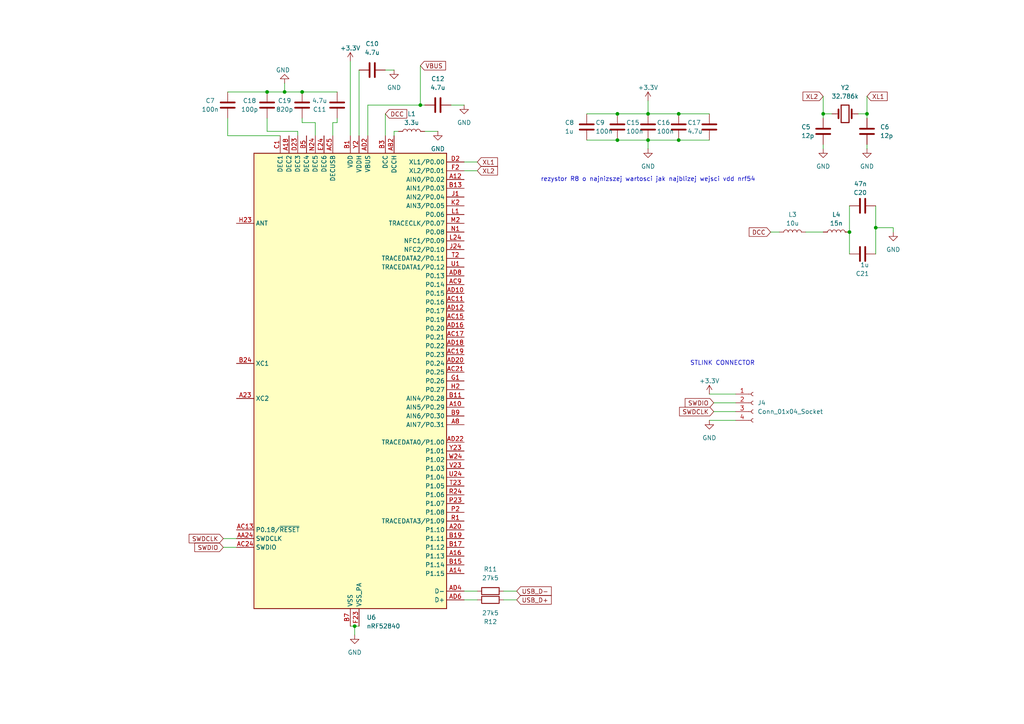
<source format=kicad_sch>
(kicad_sch (version 20231120) (generator "eeschema") (generator_version "8.0")
  (paper "A4")
  (lib_symbols
    (symbol "+3.3V_1" (power) (pin_names (offset 0))
      (property "Value" "+3.3V_1" (at 0 3.556 0))
      (symbol "+3.3V_1_0_1"
        (polyline (pts (xy -0.762 1.27) (xy 0 2.54)))
        (polyline (pts (xy 0 0) (xy 0 2.54)))
        (polyline (pts (xy 0 2.54) (xy 0.762 1.27)))
      )
      (symbol "+3.3V_1_1_1"
        (pin power_in line (at 0 0 90) (length 0) hide (name "+3.3V") (number "1"))
      )
    )
    (symbol "Connector:Conn_01x04_Socket" (pin_names (offset 1.016) hide)
      (property "Reference" "J" (at 0 5.08 0))
      (property "Value" "Conn_01x04_Socket" (at 0 -7.62 0))
      (symbol "Conn_01x04_Socket_1_1"
        (arc (start 0 -4.572) (mid -0.5058 -5.08) (end 0 -5.588) (stroke (width 0.1524)))
        (arc (start 0 -2.032) (mid -0.5058 -2.54) (end 0 -3.048) (stroke (width 0.1524)))
        (polyline (pts (xy -1.27 -5.08) (xy -0.508 -5.08)) (stroke (width 0.1524)))
        (polyline (pts (xy -1.27 -2.54) (xy -0.508 -2.54)) (stroke (width 0.1524)))
        (polyline (pts (xy -1.27 0) (xy -0.508 0)) (stroke (width 0.1524)))
        (polyline (pts (xy -1.27 2.54) (xy -0.508 2.54)) (stroke (width 0.1524)))
        (arc (start 0 0.508) (mid -0.5058 0) (end 0 -0.508) (stroke (width 0.1524)))
        (arc (start 0 3.048) (mid -0.5058 2.54) (end 0 2.032) (stroke (width 0.1524)))
        (pin passive line (at -5.08 2.54 0) (length 3.81) (name "Pin_1") (number "1"))
        (pin passive line (at -5.08 0 0) (length 3.81) (name "Pin_2") (number "2"))
        (pin passive line (at -5.08 -2.54 0) (length 3.81) (name "Pin_3") (number "3"))
        (pin passive line (at -5.08 -5.08 0) (length 3.81) (name "Pin_4") (number "4"))
      )
    )
    (symbol "Device:C" (pin_numbers hide) (pin_names (offset 0.254))
      (property "Reference" "C" (at 0.635 2.54 0))
      (property "Value" "C" (at 0.635 -2.54 0))
      (symbol "C_0_1"
        (polyline (pts (xy -2.032 -0.762) (xy 2.032 -0.762)) (stroke (width 0.508)))
        (polyline (pts (xy -2.032 0.762) (xy 2.032 0.762)) (stroke (width 0.508)))
      )
      (symbol "C_1_1"
        (pin passive line (at 0 3.81 270) (length 2.794) (name "~") (number "1"))
        (pin passive line (at 0 -3.81 90) (length 2.794) (name "~") (number "2"))
      )
    )
    (symbol "Device:Crystal" (pin_numbers hide) (pin_names (offset 1.016) hide)
      (property "Reference" "Y" (at 0 3.81 0))
      (property "Value" "Crystal" (at 0 -3.81 0))
      (symbol "Crystal_0_1"
        (rectangle (start -1.143 2.54) (end 1.143 -2.54) (stroke (width 0.3048)))
        (polyline (pts (xy -2.54 0) (xy -1.905 0)))
        (polyline (pts (xy -1.905 -1.27) (xy -1.905 1.27)) (stroke (width 0.508)))
        (polyline (pts (xy 1.905 -1.27) (xy 1.905 1.27)) (stroke (width 0.508)))
        (polyline (pts (xy 2.54 0) (xy 1.905 0)))
      )
      (symbol "Crystal_1_1"
        (pin passive line (at -3.81 0 0) (length 1.27) (name "1") (number "1"))
        (pin passive line (at 3.81 0 180) (length 1.27) (name "2") (number "2"))
      )
    )
    (symbol "Device:L" (pin_numbers hide) (pin_names (offset 1.016) hide)
      (property "Reference" "L" (at -1.27 0 90))
      (property "Value" "L" (at 1.905 0 90))
      (symbol "L_0_1"
        (arc (start 0 -2.54) (mid 0.6323 -1.905) (end 0 -1.27))
        (arc (start 0 -1.27) (mid 0.6323 -0.635) (end 0 0))
        (arc (start 0 0) (mid 0.6323 0.635) (end 0 1.27))
        (arc (start 0 1.27) (mid 0.6323 1.905) (end 0 2.54))
      )
      (symbol "L_1_1"
        (pin passive line (at 0 3.81 270) (length 1.27) (name "1") (number "1"))
        (pin passive line (at 0 -3.81 90) (length 1.27) (name "2") (number "2"))
      )
    )
    (symbol "Device:R" (pin_numbers hide) (pin_names (offset 0))
      (property "Reference" "R" (at 2.032 0 90))
      (property "Value" "R" (at 0 0 90))
      (symbol "R_0_1"
        (rectangle (start -1.016 -2.54) (end 1.016 2.54) (stroke (width 0.254)))
      )
      (symbol "R_1_1"
        (pin passive line (at 0 3.81 270) (length 1.27) (name "~") (number "1"))
        (pin passive line (at 0 -3.81 90) (length 1.27) (name "~") (number "2"))
      )
    )
    (symbol "MCU_Nordic:nRF52840"
      (property "Reference" "U" (at 0 5.08 0))
      (property "Value" "nRF52840" (at 0 2.54 0))
      (symbol "nRF52840_0_1"
        (rectangle (start -27.94 66.04) (end 27.94 -66.04) (stroke (width 0.254)) (fill (type background)))
      )
      (symbol "nRF52840_1_1"
        (pin bidirectional line (at 33.02 -7.62 180) (length 5.08) (name "AIN5/P0.29") (number "A10"))
        (pin bidirectional line (at 33.02 58.42 180) (length 5.08) (name "AIN0/P0.02") (number "A12"))
        (pin bidirectional line (at 33.02 -55.88 180) (length 5.08) (name "P1.15") (number "A14"))
        (pin bidirectional line (at 33.02 -50.8 180) (length 5.08) (name "P1.13") (number "A16"))
        (pin passive line (at -17.78 71.12 270) (length 5.08) (name "DEC2") (number "A18"))
        (pin bidirectional line (at 33.02 -43.18 180) (length 5.08) (name "P1.10") (number "A20"))
        (pin passive line (at 0 71.12 270) (length 5.08) hide (name "VDD") (number "A22"))
        (pin input line (at -33.02 -5.08 0) (length 5.08) (name "XC2") (number "A23"))
        (pin bidirectional line (at 33.02 -12.7 180) (length 5.08) (name "AIN7/P0.31") (number "A8"))
        (pin input line (at -33.02 -45.72 0) (length 5.08) (name "SWDCLK") (number "AA24"))
        (pin power_out line (at 12.7 71.12 270) (length 5.08) (name "DCCH") (number "AB2"))
        (pin bidirectional line (at 33.02 22.86 180) (length 5.08) (name "P0.16") (number "AC11"))
        (pin bidirectional line (at -33.02 -43.18 0) (length 5.08) (name "P0.18/~{RESET}") (number "AC13"))
        (pin bidirectional line (at 33.02 17.78 180) (length 5.08) (name "P0.19") (number "AC15"))
        (pin bidirectional line (at 33.02 12.7 180) (length 5.08) (name "P0.21") (number "AC17"))
        (pin bidirectional line (at 33.02 7.62 180) (length 5.08) (name "P0.23") (number "AC19"))
        (pin bidirectional line (at 33.02 2.54 180) (length 5.08) (name "P0.25") (number "AC21"))
        (pin bidirectional line (at -33.02 -48.26 0) (length 5.08) (name "SWDIO") (number "AC24"))
        (pin passive line (at -5.08 71.12 270) (length 5.08) (name "DECUSB") (number "AC5"))
        (pin bidirectional line (at 33.02 27.94 180) (length 5.08) (name "P0.14") (number "AC9"))
        (pin bidirectional line (at 33.02 25.4 180) (length 5.08) (name "P0.15") (number "AD10"))
        (pin bidirectional line (at 33.02 20.32 180) (length 5.08) (name "P0.17") (number "AD12"))
        (pin passive line (at 0 71.12 270) (length 5.08) hide (name "VDD") (number "AD14"))
        (pin bidirectional line (at 33.02 15.24 180) (length 5.08) (name "P0.20") (number "AD16"))
        (pin bidirectional line (at 33.02 10.16 180) (length 5.08) (name "P0.22") (number "AD18"))
        (pin power_in line (at 5.08 71.12 270) (length 5.08) (name "VBUS") (number "AD2"))
        (pin bidirectional line (at 33.02 5.08 180) (length 5.08) (name "P0.24") (number "AD20"))
        (pin bidirectional line (at 33.02 -17.78 180) (length 5.08) (name "TRACEDATA0/P1.00") (number "AD22"))
        (pin passive line (at 0 71.12 270) (length 5.08) hide (name "VDD") (number "AD23"))
        (pin bidirectional line (at 33.02 -60.96 180) (length 5.08) (name "D-") (number "AD4"))
        (pin bidirectional line (at 33.02 -63.5 180) (length 5.08) (name "D+") (number "AD6"))
        (pin bidirectional line (at 33.02 30.48 180) (length 5.08) (name "P0.13") (number "AD8"))
        (pin power_in line (at 0 71.12 270) (length 5.08) (name "VDD") (number "B1"))
        (pin bidirectional line (at 33.02 -5.08 180) (length 5.08) (name "AIN4/P0.28") (number "B11"))
        (pin bidirectional line (at 33.02 55.88 180) (length 5.08) (name "AIN1/P0.03") (number "B13"))
        (pin bidirectional line (at 33.02 -53.34 180) (length 5.08) (name "P1.14") (number "B15"))
        (pin bidirectional line (at 33.02 -48.26 180) (length 5.08) (name "P1.12") (number "B17"))
        (pin bidirectional line (at 33.02 -45.72 180) (length 5.08) (name "P1.11") (number "B19"))
        (pin input line (at -33.02 5.08 0) (length 5.08) (name "XC1") (number "B24"))
        (pin power_out line (at 10.16 71.12 270) (length 5.08) (name "DCC") (number "B3"))
        (pin passive line (at -12.7 71.12 270) (length 5.08) (name "DEC4") (number "B5"))
        (pin power_in line (at 0 -71.12 90) (length 5.08) (name "VSS") (number "B7"))
        (pin bidirectional line (at 33.02 -10.16 180) (length 5.08) (name "AIN6/P0.30") (number "B9"))
        (pin passive line (at -20.32 71.12 270) (length 5.08) (name "DEC1") (number "C1"))
        (pin bidirectional line (at 33.02 63.5 180) (length 5.08) (name "XL1/P0.00") (number "D2"))
        (pin passive line (at -15.24 71.12 270) (length 5.08) (name "DEC3") (number "D23"))
        (pin passive line (at -7.62 71.12 270) (length 5.08) (name "DEC6") (number "E24"))
        (pin passive line (at 0 -71.12 90) (length 5.08) hide (name "VSS") (number "EP"))
        (pin bidirectional line (at 33.02 60.96 180) (length 5.08) (name "XL2/P0.01") (number "F2"))
        (pin power_in line (at 2.54 -71.12 90) (length 5.08) (name "VSS_PA") (number "F23"))
        (pin bidirectional line (at 33.02 0 180) (length 5.08) (name "P0.26") (number "G1"))
        (pin bidirectional line (at 33.02 -2.54 180) (length 5.08) (name "P0.27") (number "H2"))
        (pin passive line (at -33.02 45.72 0) (length 5.08) (name "ANT") (number "H23"))
        (pin bidirectional line (at 33.02 53.34 180) (length 5.08) (name "AIN2/P0.04") (number "J1"))
        (pin bidirectional line (at 33.02 38.1 180) (length 5.08) (name "NFC2/P0.10") (number "J24"))
        (pin bidirectional line (at 33.02 50.8 180) (length 5.08) (name "AIN3/P0.05") (number "K2"))
        (pin bidirectional line (at 33.02 48.26 180) (length 5.08) (name "P0.06") (number "L1"))
        (pin bidirectional line (at 33.02 40.64 180) (length 5.08) (name "NFC1/P0.09") (number "L24"))
        (pin bidirectional line (at 33.02 45.72 180) (length 5.08) (name "TRACECLK/P0.07") (number "M2"))
        (pin bidirectional line (at 33.02 43.18 180) (length 5.08) (name "P0.08") (number "N1"))
        (pin passive line (at -10.16 71.12 270) (length 5.08) (name "DEC5") (number "N24"))
        (pin bidirectional line (at 33.02 -38.1 180) (length 5.08) (name "P1.08") (number "P2"))
        (pin bidirectional line (at 33.02 -35.56 180) (length 5.08) (name "P1.07") (number "P23"))
        (pin bidirectional line (at 33.02 -40.64 180) (length 5.08) (name "TRACEDATA3/P1.09") (number "R1"))
        (pin bidirectional line (at 33.02 -33.02 180) (length 5.08) (name "P1.06") (number "R24"))
        (pin bidirectional line (at 33.02 35.56 180) (length 5.08) (name "TRACEDATA2/P0.11") (number "T2"))
        (pin bidirectional line (at 33.02 -30.48 180) (length 5.08) (name "P1.05") (number "T23"))
        (pin bidirectional line (at 33.02 33.02 180) (length 5.08) (name "TRACEDATA1/P0.12") (number "U1"))
        (pin bidirectional line (at 33.02 -27.94 180) (length 5.08) (name "P1.04") (number "U24"))
        (pin bidirectional line (at 33.02 -25.4 180) (length 5.08) (name "P1.03") (number "V23"))
        (pin passive line (at 0 71.12 270) (length 5.08) hide (name "VDD") (number "W1"))
        (pin bidirectional line (at 33.02 -22.86 180) (length 5.08) (name "P1.02") (number "W24"))
        (pin power_in line (at 2.54 71.12 270) (length 5.08) (name "VDDH") (number "Y2"))
        (pin bidirectional line (at 33.02 -20.32 180) (length 5.08) (name "P1.01") (number "Y23"))
      )
    )
    (symbol "power:GND" (power) (pin_numbers hide) (pin_names (offset 0) hide)
      (property "Value" "GND" (at 0 -3.81 0))
      (symbol "GND_0_1"
        (polyline (pts (xy 0 0) (xy 0 -1.27) (xy 1.27 -1.27) (xy 0 -2.54) (xy -1.27 -1.27) (xy 0 -1.27)))
      )
      (symbol "GND_1_1"
        (pin power_in line (at 0 0 270) (length 0) (name "~") (number "1"))
      )
    )
  )
  (junction (at 246.38 67.31))
  (junction (at 77.47 26.67))
  (junction (at 187.96 40.64))
  (junction (at 238.76 33.02))
  (junction (at 187.96 33.02))
  (junction (at 196.85 40.64))
  (junction (at 196.85 33.02))
  (junction (at 87.63 26.67))
  (junction (at 102.87 181.61))
  (junction (at 251.46 33.02))
  (junction (at 179.07 33.02))
  (junction (at 82.55 26.67))
  (junction (at 121.92 30.48))
  (junction (at 254 66.04))
  (junction (at 179.07 40.64))
  (wire (pts (xy 66.04 34.29) (xy 66.04 39.37)))
  (wire (pts (xy 179.07 40.64) (xy 187.96 40.64)))
  (wire (pts (xy 187.96 29.21) (xy 187.96 33.02)))
  (wire (pts (xy 111.76 20.32) (xy 114.3 20.32)))
  (wire (pts (xy 254 59.69) (xy 254 66.04)))
  (wire (pts (xy 146.05 173.99) (xy 149.86 173.99)))
  (wire (pts (xy 111.76 33.02) (xy 111.76 39.37)))
  (wire (pts (xy 207.01 116.84) (xy 213.36 116.84)))
  (wire (pts (xy 248.92 33.02) (xy 251.46 33.02)))
  (wire (pts (xy 106.68 39.37) (xy 106.68 30.48)))
  (wire (pts (xy 130.81 30.48) (xy 134.62 30.48)))
  (wire (pts (xy 170.18 40.64) (xy 179.07 40.64)))
  (wire (pts (xy 254 66.04) (xy 259.08 66.04)))
  (wire (pts (xy 134.62 46.99) (xy 138.43 46.99)))
  (wire (pts (xy 121.92 30.48) (xy 123.19 30.48)))
  (wire (pts (xy 96.52 35.56) (xy 96.52 39.37)))
  (wire (pts (xy 64.77 158.75) (xy 68.58 158.75)))
  (wire (pts (xy 91.44 35.56) (xy 91.44 39.37)))
  (wire (pts (xy 246.38 67.31) (xy 246.38 59.69)))
  (wire (pts (xy 87.63 34.29) (xy 87.63 35.56)))
  (wire (pts (xy 82.55 24.13) (xy 82.55 26.67)))
  (wire (pts (xy 207.01 119.38) (xy 213.36 119.38)))
  (wire (pts (xy 102.87 181.61) (xy 104.14 181.61)))
  (wire (pts (xy 246.38 73.66) (xy 246.38 67.31)))
  (wire (pts (xy 238.76 27.94) (xy 238.76 33.02)))
  (wire (pts (xy 102.87 181.61) (xy 102.87 184.15)))
  (wire (pts (xy 87.63 26.67) (xy 97.79 26.67)))
  (wire (pts (xy 179.07 33.02) (xy 187.96 33.02)))
  (wire (pts (xy 238.76 41.91) (xy 238.76 43.18)))
  (wire (pts (xy 170.18 33.02) (xy 179.07 33.02)))
  (wire (pts (xy 114.3 39.37) (xy 114.3 38.1)))
  (wire (pts (xy 106.68 30.48) (xy 121.92 30.48)))
  (wire (pts (xy 241.3 33.02) (xy 238.76 33.02)))
  (wire (pts (xy 134.62 49.53) (xy 138.43 49.53)))
  (wire (pts (xy 196.85 33.02) (xy 205.74 33.02)))
  (wire (pts (xy 101.6 181.61) (xy 102.87 181.61)))
  (wire (pts (xy 187.96 40.64) (xy 196.85 40.64)))
  (wire (pts (xy 86.36 38.1) (xy 86.36 39.37)))
  (wire (pts (xy 196.85 40.64) (xy 205.74 40.64)))
  (wire (pts (xy 251.46 33.02) (xy 251.46 34.29)))
  (wire (pts (xy 114.3 38.1) (xy 115.57 38.1)))
  (wire (pts (xy 254 66.04) (xy 254 73.66)))
  (wire (pts (xy 123.19 38.1) (xy 127 38.1)))
  (wire (pts (xy 77.47 38.1) (xy 86.36 38.1)))
  (wire (pts (xy 251.46 41.91) (xy 251.46 43.18)))
  (wire (pts (xy 82.55 26.67) (xy 87.63 26.67)))
  (wire (pts (xy 187.96 33.02) (xy 196.85 33.02)))
  (wire (pts (xy 146.05 171.45) (xy 149.86 171.45)))
  (wire (pts (xy 233.68 67.31) (xy 238.76 67.31)))
  (wire (pts (xy 97.79 34.29) (xy 97.79 35.56)))
  (wire (pts (xy 104.14 20.32) (xy 104.14 39.37)))
  (wire (pts (xy 66.04 26.67) (xy 77.47 26.67)))
  (wire (pts (xy 205.74 114.3) (xy 213.36 114.3)))
  (wire (pts (xy 238.76 33.02) (xy 238.76 34.29)))
  (wire (pts (xy 134.62 173.99) (xy 138.43 173.99)))
  (wire (pts (xy 64.77 156.21) (xy 68.58 156.21)))
  (wire (pts (xy 259.08 67.31) (xy 259.08 66.04)))
  (wire (pts (xy 251.46 27.94) (xy 251.46 33.02)))
  (wire (pts (xy 134.62 171.45) (xy 138.43 171.45)))
  (wire (pts (xy 77.47 26.67) (xy 82.55 26.67)))
  (wire (pts (xy 77.47 34.29) (xy 77.47 38.1)))
  (wire (pts (xy 101.6 17.78) (xy 101.6 39.37)))
  (wire (pts (xy 97.79 35.56) (xy 96.52 35.56)))
  (wire (pts (xy 87.63 35.56) (xy 91.44 35.56)))
  (wire (pts (xy 205.74 121.92) (xy 213.36 121.92)))
  (wire (pts (xy 121.92 19.05) (xy 121.92 30.48)))
  (wire (pts (xy 66.04 39.37) (xy 81.28 39.37)))
  (wire (pts (xy 187.96 40.64) (xy 187.96 43.18)))
  (wire (pts (xy 223.52 67.31) (xy 226.06 67.31)))
  (text "STLINK CONNECTOR\n" (at 209.55 105.41 0) (effects (font (size 1.27 1.27))))
  (text "rezystor R8 o najnizszej wartosci jak najblizej wejsci vdd nrf54" (at 187.96 52.07 0) (effects (font (size 1.27 1.27))))
  (global_label "XL2" (shape input) (at 138.43 49.53 0) (property "Intersheetrefs" "${INTERSHEET_REFS}" (effects (hide yes))))
  (global_label "XL2" (shape input) (at 238.76 27.94 180) (property "Intersheetrefs" "${INTERSHEET_REFS}" (effects (hide yes))))
  (global_label "USB_D+" (shape input) (at 149.86 173.99 0) (property "Intersheetrefs" "${INTERSHEET_REFS}" (effects (hide yes))))
  (global_label "SWDCLK" (shape input) (at 64.77 156.21 180) (property "Intersheetrefs" "${INTERSHEET_REFS}" (effects (hide yes))))
  (global_label "XL1" (shape input) (at 251.46 27.94 0) (property "Intersheetrefs" "${INTERSHEET_REFS}" (effects (hide yes))))
  (global_label "DCC" (shape input) (at 223.52 67.31 180) (property "Intersheetrefs" "${INTERSHEET_REFS}" (effects (hide yes))))
  (global_label "SWDIO" (shape input) (at 207.01 116.84 180) (property "Intersheetrefs" "${INTERSHEET_REFS}" (effects (hide yes))))
  (global_label "XL1" (shape input) (at 138.43 46.99 0) (property "Intersheetrefs" "${INTERSHEET_REFS}" (effects (hide yes))))
  (global_label "VBUS" (shape input) (at 121.92 19.05 0) (property "Intersheetrefs" "${INTERSHEET_REFS}" (effects (hide yes))))
  (global_label "USB_D-" (shape input) (at 149.86 171.45 0) (property "Intersheetrefs" "${INTERSHEET_REFS}" (effects (hide yes))))
  (global_label "SWDIO" (shape input) (at 64.77 158.75 180) (property "Intersheetrefs" "${INTERSHEET_REFS}" (effects (hide yes))))
  (global_label "SWDCLK" (shape input) (at 207.01 119.38 180) (property "Intersheetrefs" "${INTERSHEET_REFS}" (effects (hide yes))))
  (global_label "DCC" (shape input) (at 111.76 33.02 0) (property "Intersheetrefs" "${INTERSHEET_REFS}" (effects (hide yes))))
  (symbol (lib_id "Device:C") (at 205.74 36.83 0) (unit 1)
    (property "Reference" "C17" (at 199.39 35.56 0) (effects (justify left)))
    (property "Value" "4.7u" (at 199.39 38.1 0) (effects (justify left)))
    (property "Description" "Unpolarized capacitor" (effects (hide yes)))
  )
  (symbol (lib_id "Device:C") (at 170.18 36.83 0) (unit 1)
    (property "Reference" "C8" (at 163.83 35.56 0) (effects (justify left)))
    (property "Value" "1u" (at 163.83 38.1 0) (effects (justify left)))
    (property "Description" "Unpolarized capacitor" (effects (hide yes)))
  )
  (symbol (lib_id "Device:C") (at 77.47 30.48 0) (unit 1)
    (property "Reference" "C18" (at 72.39 29.21 0))
    (property "Value" "100p" (at 72.39 31.75 0))
    (property "Description" "Unpolarized capacitor" (effects (hide yes)))
  )
  (symbol (lib_id "Device:L") (at 229.87 67.31 90) (unit 1)
    (property "Reference" "L3" (at 229.87 62.23 90))
    (property "Value" "10u" (at 229.87 64.77 90))
    (property "Description" "Inductor" (effects (hide yes)))
  )
  (symbol (lib_id "power:GND") (at 238.76 43.18 0) (unit 1)
    (property "Reference" "#PWR024" (effects (hide yes)))
    (property "Value" "GND" (at 238.76 48.26 0))
    (property "Description" "Power symbol creates a global label with name \"GND\" , ground" (effects (hide yes)))
  )
  (symbol (lib_id "Device:C") (at 107.95 20.32 90) (unit 1)
    (property "Reference" "C10" (at 107.95 12.7 90))
    (property "Value" "4.7u" (at 107.95 15.24 90))
    (property "Description" "Unpolarized capacitor" (effects (hide yes)))
  )
  (symbol (lib_id "Device:C") (at 251.46 38.1 0) (unit 1)
    (property "Reference" "C6" (at 255.27 36.8299 0) (effects (justify left)))
    (property "Value" "12p" (at 255.27 39.3699 0) (effects (justify left)))
    (property "Description" "Unpolarized capacitor" (effects (hide yes)))
  )
  (symbol (lib_id "Device:C") (at 250.19 59.69 90) (unit 1)
    (property "Reference" "C20" (at 251.46 55.88 90) (effects (justify left)))
    (property "Value" "47n" (at 251.46 53.34 90) (effects (justify left)))
    (property "Description" "Unpolarized capacitor" (effects (hide yes)))
  )
  (symbol (lib_id "Device:C") (at 127 30.48 90) (unit 1)
    (property "Reference" "C12" (at 127 22.86 90))
    (property "Value" "4.7u" (at 127 25.4 90))
    (property "Description" "Unpolarized capacitor" (effects (hide yes)))
  )
  (symbol (lib_id "Device:L") (at 119.38 38.1 90) (unit 1)
    (property "Reference" "L1" (at 119.38 33.02 90))
    (property "Value" "3.3u" (at 119.38 35.56 90))
    (property "Description" "Inductor" (effects (hide yes)))
  )
  (symbol (lib_id "power:GND") (at 127 38.1 0) (unit 1)
    (property "Reference" "#PWR029" (effects (hide yes)))
    (property "Value" "GND" (at 127 43.18 0))
    (property "Description" "Power symbol creates a global label with name \"GND\" , ground" (effects (hide yes)))
  )
  (symbol (lib_id "power:GND") (at 187.96 43.18 0) (unit 1)
    (property "Reference" "#PWR031" (effects (hide yes)))
    (property "Value" "GND" (at 187.96 48.26 0))
    (property "Description" "Power symbol creates a global label with name \"GND\" , ground" (effects (hide yes)))
  )
  (symbol (lib_id "Device:Crystal") (at 245.11 33.02 0) (unit 1)
    (property "Reference" "Y2" (at 245.11 25.4 0))
    (property "Value" "32.786k" (at 245.11 27.94 0))
    (property "Description" "Two pin crystal" (effects (hide yes)))
  )
  (symbol (lib_id "power:GND") (at 114.3 20.32 0) (unit 1)
    (property "Reference" "#PWR027" (effects (hide yes)))
    (property "Value" "GND" (at 114.3 25.4 0))
    (property "Description" "Power symbol creates a global label with name \"GND\" , ground" (effects (hide yes)))
  )
  (symbol (lib_id "Device:C") (at 187.96 36.83 0) (unit 1)
    (property "Reference" "C15" (at 181.61 35.56 0) (effects (justify left)))
    (property "Value" "100n" (at 181.61 38.1 0) (effects (justify left)))
    (property "Description" "Unpolarized capacitor" (effects (hide yes)))
  )
  (symbol (lib_id "power:GND") (at 102.87 184.15 0) (unit 1)
    (property "Reference" "#PWR028" (effects (hide yes)))
    (property "Value" "GND" (at 102.87 189.23 0))
    (property "Description" "Power symbol creates a global label with name \"GND\" , ground" (effects (hide yes)))
  )
  (symbol (lib_id "Device:C") (at 196.85 36.83 0) (unit 1)
    (property "Reference" "C16" (at 190.5 35.56 0) (effects (justify left)))
    (property "Value" "100n" (at 190.5 38.1 0) (effects (justify left)))
    (property "Description" "Unpolarized capacitor" (effects (hide yes)))
  )
  (symbol (lib_id "power:GND") (at 259.08 67.31 0) (unit 1)
    (property "Reference" "#PWR040" (effects (hide yes)))
    (property "Value" "GND" (at 259.08 72.39 0))
    (property "Description" "Power symbol creates a global label with name \"GND\" , ground" (effects (hide yes)))
  )
  (symbol (lib_name "+3.3V_1") (lib_id "power:+3.3V") (at 205.74 114.3 0) (unit 1)
    (property "Reference" "#PWR038" (effects (hide yes)))
    (property "Value" "+3.3V" (at 205.74 110.49 0))
  )
  (symbol (lib_id "power:GND") (at 251.46 43.18 0) (unit 1)
    (property "Reference" "#PWR025" (effects (hide yes)))
    (property "Value" "GND" (at 251.46 48.26 0))
    (property "Description" "Power symbol creates a global label with name \"GND\" , ground" (effects (hide yes)))
  )
  (symbol (lib_id "Device:C") (at 250.19 73.66 90) (unit 1)
    (property "Reference" "C21" (at 252.095 79.375 90) (effects (justify left)))
    (property "Value" "1u" (at 252.095 76.835 90) (effects (justify left)))
    (property "Description" "Unpolarized capacitor" (effects (hide yes)))
  )
  (symbol (lib_id "Device:L") (at 242.57 67.31 90) (unit 1)
    (property "Reference" "L4" (at 242.57 62.23 90))
    (property "Value" "15n" (at 242.57 64.77 90))
    (property "Description" "Inductor" (effects (hide yes)))
  )
  (symbol (lib_name "+3.3V_1") (lib_id "power:+3.3V") (at 101.6 17.78 0) (unit 1)
    (property "Reference" "#PWR037" (effects (hide yes)))
    (property "Value" "+3.3V" (at 101.6 13.97 0))
  )
  (symbol (lib_id "power:GND") (at 134.62 30.48 0) (unit 1)
    (property "Reference" "#PWR030" (effects (hide yes)))
    (property "Value" "GND" (at 134.62 35.56 0))
    (property "Description" "Power symbol creates a global label with name \"GND\" , ground" (effects (hide yes)))
  )
  (symbol (lib_id "power:GND") (at 82.55 24.13 180) (unit 1)
    (property "Reference" "#PWR026" (effects (hide yes)))
    (property "Value" "GND" (at 80.01 20.32 0) (effects (justify right)))
    (property "Description" "Power symbol creates a global label with name \"GND\" , ground" (effects (hide yes)))
  )
  (symbol (lib_id "Device:C") (at 179.07 36.83 0) (unit 1)
    (property "Reference" "C9" (at 172.72 35.56 0) (effects (justify left)))
    (property "Value" "100n" (at 172.72 38.1 0) (effects (justify left)))
    (property "Description" "Unpolarized capacitor" (effects (hide yes)))
  )
  (symbol (lib_id "Device:R") (at 142.24 173.99 270) (mirror x) (unit 1)
    (property "Reference" "R12" (at 142.24 180.34 90))
    (property "Value" "27k5" (at 142.24 177.8 90))
    (property "Description" "Resistor" (effects (hide yes)))
  )
  (symbol (lib_id "Device:R") (at 142.24 171.45 90) (unit 1)
    (property "Reference" "R11" (at 142.24 165.1 90))
    (property "Value" "27k5" (at 142.24 167.64 90))
    (property "Description" "Resistor" (effects (hide yes)))
  )
  (symbol (lib_name "+3.3V_1") (lib_id "power:+3.3V") (at 187.96 29.21 0) (unit 1)
    (property "Reference" "#PWR036" (effects (hide yes)))
    (property "Value" "+3.3V" (at 187.96 25.4 0))
  )
  (symbol (lib_id "power:GND") (at 205.74 121.92 0) (unit 1)
    (property "Reference" "#PWR039" (effects (hide yes)))
    (property "Value" "GND" (at 205.74 127 0))
    (property "Description" "Power symbol creates a global label with name \"GND\" , ground" (effects (hide yes)))
  )
  (symbol (lib_id "Device:C") (at 66.04 30.48 0) (unit 1)
    (property "Reference" "C7" (at 60.96 29.21 0))
    (property "Value" "100n" (at 60.96 31.75 0))
    (property "Description" "Unpolarized capacitor" (effects (hide yes)))
  )
  (symbol (lib_id "Device:C") (at 87.63 30.48 0) (unit 1)
    (property "Reference" "C19" (at 82.55 29.21 0))
    (property "Value" "820p" (at 82.55 31.75 0))
    (property "Description" "Unpolarized capacitor" (effects (hide yes)))
  )
  (symbol (lib_id "Connector:Conn_01x04_Socket") (at 218.44 116.84 0) (unit 1)
    (property "Reference" "J4" (at 219.71 116.8399 0) (effects (justify left)))
    (property "Value" "Conn_01x04_Socket" (at 219.71 119.3799 0) (effects (justify left)))
    (property "Description" "Generic connector, single row, 01x04, script generated" (effects (hide yes)))
  )
  (symbol (lib_id "Device:C") (at 97.79 30.48 180) (unit 1)
    (property "Reference" "C11" (at 92.71 31.75 0))
    (property "Value" "4.7u" (at 92.71 29.21 0))
    (property "Description" "Unpolarized capacitor" (effects (hide yes)))
  )
  (symbol (lib_id "MCU_Nordic:nRF52840") (at 101.6 110.49 0) (unit 1)
    (property "Reference" "U6" (at 106.3341 179.07 0) (effects (justify left)))
    (property "Value" "nRF52840" (at 106.3341 181.61 0) (effects (justify left)))
    (property "Footprint" "Package_DFN_QFN:Nordic_AQFN-73-1EP_7x7mm_P0.5mm" (effects (hide yes)))
    (property "Datasheet" "http://infocenter.nordicsemi.com/topic/com.nordic.infocenter.nrf52/dita/nrf52/chips/nrf52840.html" (effects (hide yes)))
    (property "Description" "Multiprotocol BLE/ANT/2.4 GHz/802.15.4 Cortex-M4F SoC, AQFN-73" (effects (hide yes)))
  )
  (symbol (lib_id "Device:C") (at 238.76 38.1 0) (unit 1)
    (property "Reference" "C5" (at 232.41 36.83 0) (effects (justify left)))
    (property "Value" "12p" (at 232.41 39.37 0) (effects (justify left)))
    (property "Description" "Unpolarized capacitor" (effects (hide yes)))
  )
)
</source>
